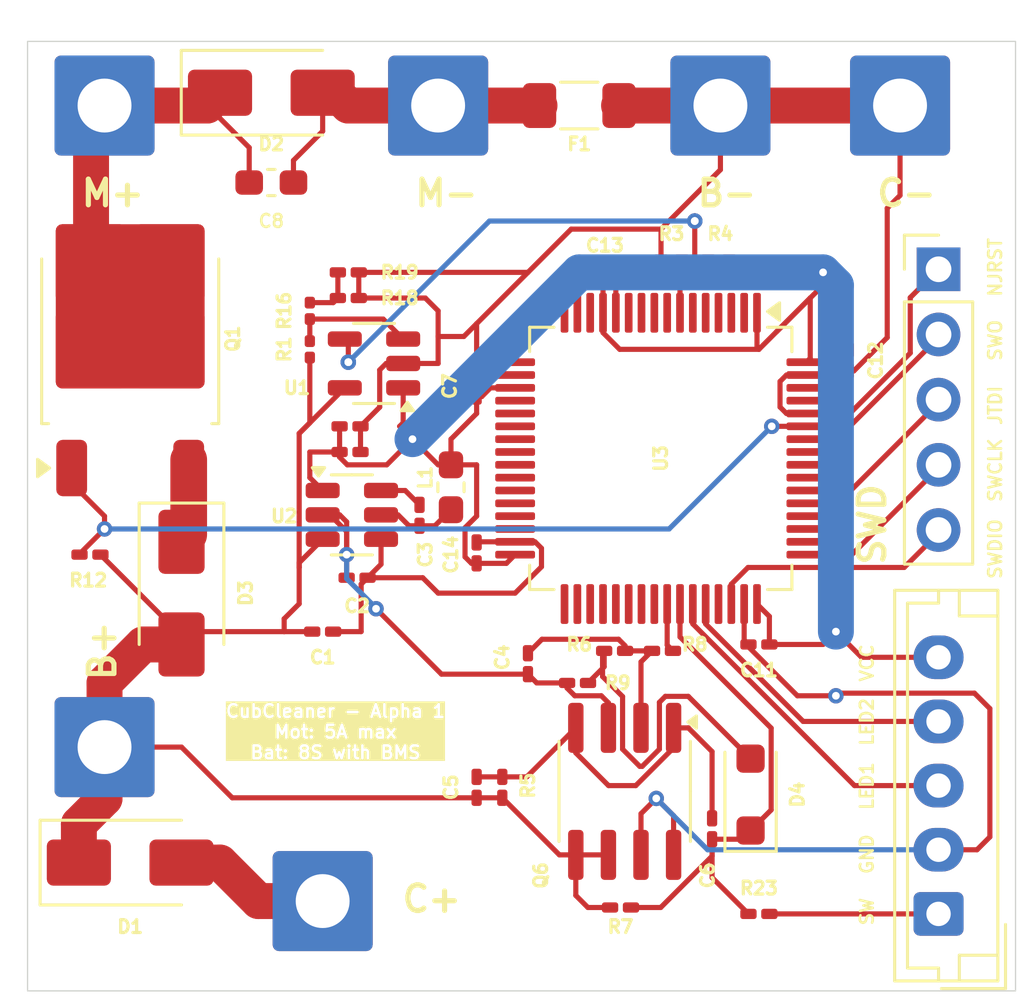
<source format=kicad_pcb>
(kicad_pcb (version 20240108) (generator "pcbnew") (generator_version "8.0")
  (layers (0 "F.Cu" mixed "F.Cu Dessus") (31 "B.Cu" mixed "B.Cu Dessous") (34 "B.Paste" user) (35 "F.Paste" user) (36 "B.SilkS" user "B.Silkscreen") (37 "F.SilkS" user "F.Silkscreen") (38 "B.Mask" user) (39 "F.Mask" user) (44 "Edge.Cuts" user))
  (net 0 "")
  (net 1 "V_bat")
  (net 2 "PSU_En")
  (net 3 "Net-(U2-BST)")
  (net 4 "Net-(U2-SW)")
  (net 5 "Net-(Q6A-G)")
  (net 6 "Net-(Q6A-S)")
  (net 7 "MOT_Main_pos")
  (net 8 "MOT_Main_neg")
  (net 9 "Motor_EN")
  (net 10 "Net-(U1-+)")
  (net 11 "Pwr_ok")
  (net 12 "Soft_Switch_in")
  (net 13 "Net-(R16-Pad2)")
  (net 18 "JTMS_SWDIO")
  (net 23 "NJTRST")
  (net 31 "JTDI")
  (net 48 "JTDO_TRACESWO")
  (net 50 "JTCK_SWCLK")
  (net 56 "Soft_Switch_out")
  (net 57 "GND")
  (net 58 "Net-(D3-K)")
  (net 59 "Charg_Pos")
  (net 60 "Vcc")
  (net 61 "SW")
  (net 62 "LED1_En")
  (net 63 "LED2_En")
  (net 66 "Net-(D4-A)")
  (footprint "Resistor_SMD:R_0201_0603Metric_Pad0.64x0.40mm_HandSolder" (layer "F.Cu") (at 152 98.0675 90)
    (property "Reference" "R5")
    (property "Value" "100 kOhm")
  )
  (footprint "Connector_Wire:SolderWire-1.5sqmm_1x01_D1.7mm_OD3.9mm" (layer "F.Cu") (at 160.5 71.5)
    (property "Reference" "B_neg_1" (hide yes))
    (property "Value" "B-")
  )
  (footprint "Connector_Wire:SolderWire-1.5sqmm_1x01_D1.7mm_OD3.9mm" (layer "F.Cu") (at 145 102.5)
    (property "Reference" "C_pos_1" (hide yes))
    (property "Value" "C+")
  )
  (footprint "Diode_SMD:D_SMA" (layer "F.Cu") (at 143 71)
    (property "Reference" "D2")
    (property "Value" "1N5822")
  )
  (footprint "Connector_JST:JST_EH_B5B-EH-A_1x05_P2.50mm_Vertical" (layer "F.Cu") (at 169 103 90)
    (property "Reference" "Conn_SW_LED_1" (hide yes))
    (property "Value" "Conn_SW_LED")
  )
  (footprint "Inductor_SMD:L_0603_1608Metric_Pad1.05x0.95mm_HandSolder" (layer "F.Cu") (at 150 86.375 90)
    (property "Reference" "L1")
    (property "Value" "4.7 uH")
  )
  (footprint "Resistor_SMD:R_0201_0603Metric_Pad0.64x0.40mm_HandSolder" (layer "F.Cu") (at 156.3775 92.75 180)
    (property "Reference" "R6")
    (property "Value" "100 kOhm")
  )
  (footprint "Connector_Wire:SolderWire-1.5sqmm_1x01_D1.7mm_OD3.9mm" (layer "F.Cu") (at 167.5 71.5)
    (property "Reference" "C_neg_1" (hide yes))
    (property "Value" "C-")
  )
  (footprint "Capacitor_SMD:C_0201_0603Metric_Pad0.64x0.40mm_HandSolder" (layer "F.Cu") (at 151 98.0675 90)
    (property "Reference" "C5")
    (property "Value" "0,1 uF")
  )
  (footprint "Capacitor_SMD:C_0201_0603Metric_Pad0.64x0.40mm_HandSolder" (layer "F.Cu") (at 153 93.25 -90)
    (property "Reference" "C4")
    (property "Value" "10 uF")
  )
  (footprint "Resistor_SMD:R_0201_0603Metric" (layer "F.Cu") (at 144.5 79.5 90)
    (property "Reference" "R16")
    (property "Value" "1620 Ohm")
  )
  (footprint "Resistor_SMD:R_0201_0603Metric_Pad0.64x0.40mm_HandSolder" (layer "F.Cu") (at 146 78)
    (property "Reference" "R19")
    (property "Value" "0 Ohm")
  )
  (footprint "Capacitor_SMD:C_0201_0603Metric_Pad0.64x0.40mm_HandSolder" (layer "F.Cu") (at 160.175 99.6825 90)
    (property "Reference" "C6")
    (property "Value" "1 uF")
  )
  (footprint "Package_TO_SOT_SMD:TSOT-23-6" (layer "F.Cu") (at 146.1375 87.45)
    (property "Reference" "U2")
    (property "Value" "AP63203WU")
  )
  (footprint "Package_TO_SOT_SMD:SOT-23-5" (layer "F.Cu") (at 147 81.55 180)
    (property "Reference" "U1")
    (property "Value" "LM397")
  )
  (footprint "Resistor_SMD:R_0201_0603Metric_Pad0.64x0.40mm_HandSolder" (layer "F.Cu") (at 135.9325 89)
    (property "Reference" "R12")
    (property "Value" "15 kOhm")
  )
  (footprint "Diode_SMD:D_SMA" (layer "F.Cu") (at 139.5 90.5 -90)
    (property "Reference" "D3")
    (property "Value" "1N5822")
  )
  (footprint "Connector_Wire:SolderWire-1.5sqmm_1x01_D1.7mm_OD3.9mm" (layer "F.Cu") (at 136.5 71.5)
    (property "Reference" "M_pos_4" (hide yes))
    (property "Value" "M+")
  )
  (footprint "Capacitor_SMD:C_0201_0603Metric_Pad0.64x0.40mm_HandSolder" (layer "F.Cu") (at 151 82.4325 90)
    (property "Reference" "C7")
    (property "Value" "100 nF")
  )
  (footprint "Capacitor_SMD:C_0201_0603Metric_Pad0.64x0.40mm_HandSolder" (layer "F.Cu") (at 151 88.9325 90)
    (property "Reference" "C14")
    (property "Value" "100 nF")
  )
  (footprint "Package_SO:SOIC-8_3.9x4.9mm_P1.27mm" (layer "F.Cu") (at 156.77 98.225 -90)
    (property "Reference" "Q6")
    (property "Value" "IRF7343PBF")
  )
  (footprint "Capacitor_SMD:C_0201_0603Metric_Pad0.64x0.40mm_HandSolder" (layer "F.Cu") (at 148.775 87.4675 90)
    (property "Reference" "C3")
    (property "Value" "100 nF")
  )
  (footprint "Connector_Wire:SolderWire-1.5sqmm_1x01_D1.7mm_OD3.9mm" (layer "F.Cu") (at 136.5 96.5)
    (property "Reference" "B_pos_1" (hide yes))
    (property "Value" "B+")
  )
  (footprint "Diode_SMD:D_SOD-123F" (layer "F.Cu") (at 161.675 98.35 90)
    (property "Reference" "D4")
    (property "Value" "BZT52Bxx")
  )
  (footprint "Resistor_SMD:R_0201_0603Metric_Pad0.64x0.40mm_HandSolder" (layer "F.Cu") (at 146 79)
    (property "Reference" "R18")
    (property "Value" "0 Ohm")
  )
  (footprint "Connector_PinHeader_2.54mm:PinHeader_1x05_P2.54mm_Vertical" (layer "F.Cu") (at 169 77.88)
    (property "Reference" "SWD1" (hide yes))
    (property "Value" "SWD")
  )
  (footprint "Capacitor_SMD:C_0201_0603Metric_Pad0.64x0.40mm_HandSolder" (layer "F.Cu") (at 146.3425 89.9)
    (property "Reference" "C2")
    (property "Value" "10 uF")
  )
  (footprint "Package_TO_SOT_SMD:TO-252-2" (layer "F.Cu") (at 137.5 80.585 90)
    (property "Reference" "Q1")
    (property "Value" "QM6015D")
  )
  (footprint "Resistor_SMD:R_0201_0603Metric_Pad0.64x0.40mm_HandSolder" (layer "F.Cu") (at 160.4325 77.5 180)
    (property "Reference" "R4")
    (property "Value" "10kOhm")
  )
  (footprint "Capacitor_SMD:C_0201_0603Metric_Pad0.64x0.40mm_HandSolder" (layer "F.Cu") (at 156.0675 78)
    (property "Reference" "C13")
    (property "Value" "100 nF")
  )
  (footprint "Package_QFP:LQFP-64_10x10mm_P0.5mm" (layer "F.Cu") (at 158.175 85.25 -90)
    (property "Reference" "U3")
    (property "Value" "STM32L476RGTx")
  )
  (footprint "Diode_SMD:D_SMA" (layer "F.Cu") (at 137.5 101)
    (property "Reference" "D1")
    (property "Value" "1N5822")
  )
  (footprint "Resistor_SMD:R_0201_0603Metric_Pad0.64x0.40mm_HandSolder" (layer "F.Cu") (at 156.6075 102.75)
    (property "Reference" "R7")
    (property "Value" "10 kOhm")
  )
  (footprint "Resistor_SMD:R_0201_0603Metric_Pad0.64x0.40mm_HandSolder" (layer "F.Cu") (at 158.5925 77.5)
    (property "Reference" "R3")
    (property "Value" "100kOhm")
  )
  (footprint "Resistor_SMD:R_1206_3216Metric_Pad1.30x1.75mm_HandSolder" (layer "F.Cu") (at 155 71.5)
    (property "Reference" "F1")
    (property "Value" "Polyfuse")
  )
  (footprint "Capacitor_SMD:C_0201_0603Metric_Pad0.64x0.40mm_HandSolder" (layer "F.Cu") (at 146.0675 84)
    (property "Reference" "C9" (hide yes))
    (property "Value" "22 uF")
  )
  (footprint "Capacitor_SMD:C_0201_0603Metric_Pad0.64x0.40mm_HandSolder" (layer "F.Cu") (at 165.5 81.4325 -90)
    (property "Reference" "C12")
    (property "Value" "100 nF")
  )
  (footprint "Resistor_SMD:R_0201_0603Metric" (layer "F.Cu") (at 144.5 81 90)
    (property "Reference" "R1")
    (property "Value" "16900 Ohm")
  )
  (footprint "Capacitor_SMD:C_0201_0603Metric_Pad0.64x0.40mm_HandSolder" (layer "F.Cu") (at 145 92)
    (property "Reference" "C1")
    (property "Value" "10 uF")
  )
  (footprint "Capacitor_SMD:C_0201_0603Metric_Pad0.64x0.40mm_HandSolder" (layer "F.Cu") (at 162 92.5 180)
    (property "Reference" "C11")
    (property "Value" "100 nF")
  )
  (footprint "Capacitor_SMD:C_0201_0603Metric_Pad0.64x0.40mm_HandSolder" (layer "F.Cu") (at 146.0675 85)
    (property "Reference" "C10" (hide yes))
    (property "Value" "22 uF")
  )
  (footprint "Resistor_SMD:R_0201_0603Metric_Pad0.64x0.40mm_HandSolder" (layer "F.Cu") (at 154.9325 94 180)
    (property "Reference" "R9")
    (property "Value" "100 kOhm")
  )
  (footprint "Resistor_SMD:R_0201_0603Metric_Pad0.64x0.40mm_HandSolder" (layer "F.Cu") (at 158.2425 92.75 180)
    (property "Reference" "R8")
    (property "Value" "3 kOhm")
  )
  (footprint "Capacitor_SMD:C_0603_1608Metric_Pad1.08x0.95mm_HandSolder" (layer "F.Cu") (at 143 74.5)
    (property "Reference" "C8")
    (property "Value" "470 uF")
  )
  (footprint "Resistor_SMD:R_0201_0603Metric_Pad0.64x0.40mm_HandSolder" (layer "F.Cu") (at 162 103 180)
    (property "Reference" "R23")
    (property "Value" "0 Ohm")
  )
  (footprint "Connector_Wire:SolderWire-1.5sqmm_1x01_D1.7mm_OD3.9mm" (layer "F.Cu") (at 149.5 71.5)
    (property "Reference" "M_neg_1" (hide yes))
    (property "Value" "M-")
  )
  (gr_rect (start 133.5 69) (end 172 106) (stroke (width 0.05)) (fill none) (layer "Edge.Cuts"))
  (gr_text "M-\n" (at 148.5 75.5 0) (layer "F.SilkS") (effects (font (size 1 1) (thickness 0.2) (bold yes)) (justify left bottom)))
  (gr_text "SWDIO" (at 171.5 90 90) (layer "F.SilkS") (effects (font (size 0.5 0.5) (thickness 0.1) (bold yes)) (justify left bottom)))
  (gr_text "LED2" (at 166.5 96.5 90) (layer "F.SilkS") (effects (font (size 0.5 0.5) (thickness 0.1) (bold yes)) (justify left bottom)))
  (gr_text "SW" (at 166.5 103.5 90) (layer "F.SilkS") (effects (font (size 0.5 0.5) (thickness 0.1) (bold yes)) (justify left bottom)))
  (gr_text "B-" (at 159.5 75.5 0) (layer "F.SilkS") (effects (font (size 1 1) (thickness 0.2) (bold yes)) (justify left bottom)))
  (gr_text "M+" (at 135.5 75.5 0) (layer "F.SilkS") (effects (font (size 1 1) (thickness 0.2) (bold yes)) (justify left bottom)))
  (gr_text "SWO" (at 171.5 81.5 90) (layer "F.SilkS") (effects (font (size 0.5 0.5) (thickness 0.1) (bold yes)) (justify left bottom)))
  (gr_text "NJRST" (at 171.5 79 90) (layer "F.SilkS") (effects (font (size 0.5 0.5) (thickness 0.1) (bold yes)) (justify left bottom)))
  (gr_text "C+" (at 148 103 0) (layer "F.SilkS") (effects (font (size 1 1) (thickness 0.2) (bold yes)) (justify left bottom)))
  (gr_text "SWD\n" (at 167 89.5 90) (layer "F.SilkS") (effects (font (size 1 1) (thickness 0.2) (bold yes)) (justify left bottom)))
  (gr_text "C-" (at 166.5 75.5 0) (layer "F.SilkS") (effects (font (size 1 1) (thickness 0.2) (bold yes)) (justify left bottom)))
  (gr_text "B+" (at 137 94 90) (layer "F.SilkS") (effects (font (size 1 1) (thickness 0.2) (bold yes)) (justify left bottom)))
  (gr_text "CubCleaner - Alpha 1\nMot: 5A max\nBat: 8S with BMS" (at 145.5 97 0) (layer "F.SilkS" knockout) (effects (font (size 0.5 0.5) (thickness 0.1) (bold yes)) (justify bottom)))
  (gr_text "GND" (at 166.5 101.5 90) (layer "F.SilkS") (effects (font (size 0.5 0.5) (thickness 0.1) (bold yes)) (justify left bottom)))
  (gr_text "VCC" (at 166.5 94 90) (layer "F.SilkS") (effects (font (size 0.5 0.5) (thickness 0.1) (bold yes)) (justify left bottom)))
  (gr_text "SWCLK" (at 171.5 87 90) (layer "F.SilkS") (effects (font (size 0.5 0.5) (thickness 0.1) (bold yes)) (justify left bottom)))
  (gr_text "JTDI" (at 171.5 84 90) (layer "F.SilkS") (effects (font (size 0.5 0.5) (thickness 0.1) (bold yes)) (justify left bottom)))
  (gr_text "LED1" (at 166.5 99 90) (layer "F.SilkS") (effects (font (size 0.5 0.5) (thickness 0.1) (bold yes)) (justify left bottom)))
  (segment (start 144.0851 89.5) (end 144.0851 84.2774) (width 0.2) (layer "F.Cu") (net 1))
  (segment (start 152 98.475) (end 151 98.475) (width 0.2) (layer "F.Cu") (net 1))
  (segment (start 144.0851 89.5) (end 144.0851 90.9149) (width 0.2) (layer "F.Cu") (net 1))
  (segment (start 143.5 92) (end 140 92) (width 0.2) (layer "F.Cu") (net 1))
  (segment (start 135.5 101) (end 135.5 99.5) (width 1.4) (layer "F.Cu") (net 1))
  (segment (start 152 98.475) (end 154.225 100.7) (width 0.2) (layer "F.Cu") (net 1))
  (segment (start 144.5 81.32) (end 144.5 83.8625) (width 0.2) (layer "F.Cu") (net 1))
  (segment (start 154.865 102.28) (end 154.865 100.7) (width 0.2) (layer "F.Cu") (net 1))
  (segment (start 144.0851 89.5) (end 144.0851 89.3149) (width 0.2) (layer "F.Cu") (net 1))
  (segment (start 154.865 100.7) (end 156.135 100.7) (width 0.2) (layer "F.Cu") (net 1))
  (segment (start 135.5 97.5) (end 136.5 96.5) (width 0.2) (layer "F.Cu") (net 1))
  (segment (start 154.225 100.7) (end 154.865 100.7) (width 0.2) (layer "F.Cu") (net 1))
  (segment (start 136.5 96.5) (end 139.5 96.5) (width 0.2) (layer "F.Cu") (net 1))
  (segment (start 136.34 89) (end 139.5 92.16) (width 0.2) (layer "F.Cu") (net 1))
  (segment (start 151 98.475) (end 141.475 98.475) (width 0.2) (layer "F.Cu") (net 1))
  (segment (start 144.5 83.8625) (end 144.0851 84.2774) (width 0.2) (layer "F.Cu") (net 1))
  (segment (start 144.0851 90.9149) (end 143.5 91.5) (width 0.2) (layer "F.Cu") (net 1))
  (segment (start 139.5 92.16) (end 139.5 92.5) (width 0.2) (layer "F.Cu") (net 1))
  (segment (start 155.335 102.75) (end 156.2 102.75) (width 0.2) (layer "F.Cu") (net 1))
  (segment (start 140 92) (end 139.5 92.5) (width 0.2) (layer "F.Cu") (net 1))
  (segment (start 135.5 99.5) (end 136.5 98.5) (width 1.4) (layer "F.Cu") (net 1))
  (segment (start 136.5 98.5) (end 136.5 96.5) (width 1.4) (layer "F.Cu") (net 1))
  (segment (start 144.0851 89.3149) (end 145 88.4) (width 0.2) (layer "F.Cu") (net 1))
  (segment (start 155.335 102.75) (end 154.865 102.28) (width 0.2) (layer "F.Cu") (net 1))
  (segment (start 143.5 91.5) (end 143.5 92) (width 0.2) (layer "F.Cu") (net 1))
  (segment (start 138 92.5) (end 139.5 92.5) (width 1.4) (layer "F.Cu") (net 1))
  (segment (start 144.5925 92) (end 143.5 92) (width 0.2) (layer "F.Cu") (net 1))
  (segment (start 136.5 96.5) (end 136.5 94) (width 1.4) (layer "F.Cu") (net 1))
  (segment (start 136.5 94) (end 138 92.5) (width 1.4) (layer "F.Cu") (net 1))
  (segment (start 139.5 96.5) (end 141.475 98.475) (width 0.2) (layer "F.Cu") (net 1))
  (segment (start 144.0851 84.2774) (end 145.8625 82.5) (width 0.2) (layer "F.Cu") (net 1))
  (segment (start 154.825001 94.5) (end 155.859999 94.5) (width 0.2) (layer "F.Cu") (net 2))
  (segment (start 155.859999 94.5) (end 156.135 94.775001) (width 0.2) (layer "F.Cu") (net 2))
  (segment (start 145.935 88.099264) (end 145.285736 87.45) (width 0.2) (layer "F.Cu") (net 2))
  (segment (start 154.525 94) (end 153.3425 94) (width 0.2) (layer "F.Cu") (net 2))
  (segment (start 145.935 87.722501) (end 145.662499 87.45) (width 0.2) (layer "F.Cu") (net 2))
  (segment (start 145.662499 87.45) (end 145 87.45) (width 0.2) (layer "F.Cu") (net 2))
  (segment (start 145.935 89.9) (end 145.935 87.722501) (width 0.2) (layer "F.Cu") (net 2))
  (segment (start 149.629499 93.6575) (end 147.080356 91.108357) (width 0.2) (layer "F.Cu") (net 2))
  (segment (start 153 93.6575) (end 149.629499 93.6575) (width 0.2) (layer "F.Cu") (net 2))
  (segment (start 145.285736 87.45) (end 145 87.45) (width 0.2) (layer "F.Cu") (net 2))
  (segment (start 145.935 89) (end 145.935 88.099264) (width 0.2) (layer "F.Cu") (net 2))
  (segment (start 154.525 94) (end 154.525 94.199999) (width 0.2) (layer "F.Cu") (net 2))
  (segment (start 153.3425 94) (end 153 93.6575) (width 0.2) (layer "F.Cu") (net 2))
  (segment (start 156.135 94.775001) (end 156.135 95.75) (width 0.2) (layer "F.Cu") (net 2))
  (segment (start 154.525 94.199999) (end 154.825001 94.5) (width 0.2) (layer "F.Cu") (net 2))
  (via (at 147.080356 91.108357) (size 0.6) (drill 0.3) (layers "F.Cu" "B.Cu") (net 2))
  (via (at 145.935 89) (size 0.6) (drill 0.3) (layers "F.Cu" "B.Cu") (net 2))
  (segment (start 145.935 89.935) (end 145.935 89) (width 0.2) (layer "B.Cu") (net 2))
  (segment (start 147.080356 91.080356) (end 145.935 89.935) (width 0.2) (layer "B.Cu") (net 2))
  (segment (start 147.080356 91.108357) (end 147.080356 91.080356) (width 0.2) (layer "B.Cu") (net 2))
  (segment (start 148.215 86.5) (end 148.775 87.06) (width 0.2) (layer "F.Cu") (net 3))
  (segment (start 147.275 86.5) (end 148.215 86.5) (width 0.2) (layer "F.Cu") (net 3))
  (segment (start 147.937499 87.45) (end 148.362499 87.875) (width 0.2) (layer "F.Cu") (net 4))
  (segment (start 150 87.25) (end 149.375 87.875) (width 0.2) (layer "F.Cu") (net 4))
  (segment (start 147.275 87.45) (end 147.937499 87.45) (width 0.2) (layer "F.Cu") (net 4))
  (segment (start 148.362499 87.875) (end 148.775 87.875) (width 0.2) (layer "F.Cu") (net 4))
  (segment (start 149.375 87.875) (end 148.775 87.875) (width 0.2) (layer "F.Cu") (net 4))
  (segment (start 156.532599 92.2976) (end 156.785 92.550001) (width 0.2) (layer "F.Cu") (net 5))
  (segment (start 157.405 93.18) (end 157.835 92.75) (width 0.2) (layer "F.Cu") (net 5))
  (segment (start 156.785 92.75) (end 157.835 92.75) (width 0.2) (layer "F.Cu") (net 5))
  (segment (start 153 92.8425) (end 153.5449 92.2976) (width 0.2) (layer "F.Cu") (net 5))
  (segment (start 153.5449 92.2976) (end 156.532599 92.2976) (width 0.2) (layer "F.Cu") (net 5))
  (segment (start 156.785 92.550001) (end 156.785 92.75) (width 0.2) (layer "F.Cu") (net 5))
  (segment (start 157.405 95.75) (end 157.405 93.18) (width 0.2) (layer "F.Cu") (net 5))
  (segment (start 156.140001 98) (end 154.865 96.724999) (width 0.2) (layer "F.Cu") (net 6))
  (segment (start 158.675 95.75) (end 158.675 96.526604) (width 0.2) (layer "F.Cu") (net 6))
  (segment (start 160.175 99.275) (end 160.175 96.675) (width 0.2) (layer "F.Cu") (net 6))
  (segment (start 158.675 96.526604) (end 157.201604 98) (width 0.2) (layer "F.Cu") (net 6))
  (segment (start 157.201604 98) (end 156.140001 98) (width 0.2) (layer "F.Cu") (net 6))
  (segment (start 159.25 95.75) (end 158.675 95.75) (width 0.2) (layer "F.Cu") (net 6))
  (segment (start 154.865 95.75) (end 152.955 97.66) (width 0.2) (layer "F.Cu") (net 6))
  (segment (start 160.175 96.675) (end 159.25 95.75) (width 0.2) (layer "F.Cu") (net 6))
  (segment (start 152.955 97.66) (end 152 97.66) (width 0.2) (layer "F.Cu") (net 6))
  (segment (start 152 97.66) (end 151 97.66) (width 0.2) (layer "F.Cu") (net 6))
  (segment (start 154.865 96.724999) (end 154.865 95.75) (width 0.2) (layer "F.Cu") (net 6))
  (segment (start 140.5 71.5) (end 141 71) (width 1.4) (layer "F.Cu") (net 7))
  (segment (start 142.1375 73.1375) (end 140.5 71.5) (width 0.2) (layer "F.Cu") (net 7))
  (segment (start 135.975 77.65) (end 135.975 72.025) (width 1.4) (layer "F.Cu") (net 7))
  (segment (start 142.1375 74.5) (end 142.1375 73.1375) (width 0.2) (layer "F.Cu") (net 7))
  (segment (start 136.5 71.5) (end 140.5 71.5) (width 1.4) (layer "F.Cu") (net 7))
  (segment (start 135.975 72.025) (end 136.5 71.5) (width 1.4) (layer "F.Cu") (net 7))
  (segment (start 145 71) (end 145.5 71) (width 1.4) (layer "F.Cu") (net 8))
  (segment (start 145 72.5) (end 145 71) (width 0.2) (layer "F.Cu") (net 8))
  (segment (start 143.8625 74.5) (end 143.8625 73.6375) (width 0.2) (layer "F.Cu") (net 8))
  (segment (start 146 71.5) (end 149.5 71.5) (width 1.4) (layer "F.Cu") (net 8))
  (segment (start 149.5 71.5) (end 153.45 71.5) (width 1.4) (layer "F.Cu") (net 8))
  (segment (start 145.5 71) (end 146 71.5) (width 1.4) (layer "F.Cu") (net 8))
  (segment (start 143.8625 73.6375) (end 145 72.5) (width 0.2) (layer "F.Cu") (net 8))
  (segment (start 135.22 86.22) (end 136.5 87.5) (width 0.2) (layer "F.Cu") (net 9))
  (segment (start 136.5 88) (end 135.525 88.975) (width 0.2) (layer "F.Cu") (net 9))
  (segment (start 135.525 88.975) (end 135.525 89) (width 0.2) (layer "F.Cu") (net 9))
  (segment (start 135.22 85.625) (end 135.22 86.22) (width 0.2) (layer "F.Cu") (net 9))
  (segment (start 136.5 87.5) (end 136.5 88) (width 0.2) (layer "F.Cu") (net 9))
  (segment (start 162.5 84) (end 163.85 84) (width 0.2) (layer "F.Cu") (net 9))
  (via (at 162.5 84) (size 0.6) (drill 0.3) (layers "F.Cu" "B.Cu") (remove_unused_layers yes) (net 9))
  (via (at 136.5 88) (size 0.6) (drill 0.3) (layers "F.Cu" "B.Cu") (remove_unused_layers yes) (net 9))
  (segment (start 158.5 88) (end 136.5 88) (width 0.2) (layer "B.Cu") (net 9))
  (segment (start 162.5 84) (end 158.5 88) (width 0.2) (layer "B.Cu") (net 9))
  (segment (start 144.5 80.68) (end 144.5 79.82) (width 0.2) (layer "F.Cu") (net 10))
  (segment (start 144.5 79.82) (end 147.3575 79.82) (width 0.2) (layer "F.Cu") (net 10))
  (segment (start 147.3575 79.82) (end 148.1375 80.6) (width 0.2) (layer "F.Cu") (net 10))
  (segment (start 158.925 79.575) (end 158.925 77.575) (width 0.2) (layer "F.Cu") (net 11))
  (segment (start 146 80.7375) (end 145.8625 80.6) (width 0.2) (layer "F.Cu") (net 11))
  (segment (start 158.925 77.575) (end 159 77.5) (width 0.2) (layer "F.Cu") (net 11))
  (segment (start 146 81.5) (end 146 80.7375) (width 0.2) (layer "F.Cu") (net 11))
  (segment (start 159.5 77.5) (end 160.025 77.5) (width 0.2) (layer "F.Cu") (net 11))
  (segment (start 159.5 76) (end 159.5 77.5) (width 0.2) (layer "F.Cu") (net 11))
  (segment (start 159 77.5) (end 159.5 77.5) (width 0.2) (layer "F.Cu") (net 11))
  (via (at 159.5 76) (size 0.6) (drill 0.3) (layers "F.Cu" "B.Cu") (net 11))
  (via (at 146 81.5) (size 0.6) (drill 0.3) (layers "F.Cu" "B.Cu") (net 11))
  (via (at 159.5 76) (size 0.6) (drill 0.3) (layers "F.Cu" "B.Cu") (net 11))
  (via (at 146 81.5) (size 0.6) (drill 0.3) (layers "F.Cu" "B.Cu") (net 11))
  (via (at 159.5 76) (size 0.6) (drill 0.3) (layers "F.Cu" "B.Cu") (net 11))
  (via (at 146 81.5) (size 0.6) (drill 0.3) (layers "F.Cu" "B.Cu") (net 11))
  (segment (start 151.5 76) (end 146 81.5) (width 0.2) (layer "B.Cu") (net 11))
  (segment (start 159.5 76) (end 151.5 76) (width 0.2) (layer "B.Cu") (net 11))
  (segment (start 158.65 92.75) (end 158.425 92.525) (width 0.2) (layer "F.Cu") (net 12))
  (segment (start 158.425 92.525) (end 158.425 90.925) (width 0.2) (layer "F.Cu") (net 12))
  (segment (start 145.5925 78) (end 145.5925 79) (width 0.2) (layer "F.Cu") (net 13))
  (segment (start 144.5 79.18) (end 145.4125 79.18) (width 0.2) (layer "F.Cu") (net 13))
  (segment (start 145.4125 79.18) (end 145.5925 79) (width 0.2) (layer "F.Cu") (net 13))
  (segment (start 167.66 89.5) (end 161.575001 89.5) (width 0.2) (layer "F.Cu") (net 18))
  (segment (start 160.925 90.150001) (end 160.925 90.925) (width 0.2) (layer "F.Cu") (net 18))
  (segment (start 161.575001 89.5) (end 160.925 90.150001) (width 0.2) (layer "F.Cu") (net 18))
  (segment (start 169 88.16) (end 167.66 89.5) (width 0.2) (layer "F.Cu") (net 18))
  (segment (start 164.8774 85.247599) (end 164.624999 85.5) (width 0.2) (layer "F.Cu") (net 23))
  (segment (start 164.8774 84.164231) (end 164.8774 85.247599) (width 0.2) (layer "F.Cu") (net 23))
  (segment (start 167.8976 81.144031) (end 164.8774 84.164231) (width 0.2) (layer "F.Cu") (net 23))
  (segment (start 167.8976 78.9824) (end 167.8976 81.144031) (width 0.2) (layer "F.Cu") (net 23))
  (segment (start 164.624999 85.5) (end 163.85 85.5) (width 0.2) (layer "F.Cu") (net 23))
  (segment (start 169 77.88) (end 167.8976 78.9824) (width 0.2) (layer "F.Cu") (net 23))
  (segment (start 164.8774 88.247599) (end 164.624999 88.5) (width 0.2) (layer "F.Cu") (net 31))
  (segment (start 164.8774 87.2026) (end 164.8774 88.247599) (width 0.2) (layer "F.Cu") (net 31))
  (segment (start 169 83.08) (end 164.8774 87.2026) (width 0.2) (layer "F.Cu") (net 31))
  (segment (start 164.624999 88.5) (end 163.85 88.5) (width 0.2) (layer "F.Cu") (net 31))
  (segment (start 164.623368 86) (end 163.85 86) (width 0.2) (layer "F.Cu") (net 48))
  (segment (start 165.2298 84.3102) (end 165.2298 85.393568) (width 0.2) (layer "F.Cu") (net 48))
  (segment (start 169 80.54) (end 165.2298 84.3102) (width 0.2) (layer "F.Cu") (net 48))
  (segment (start 165.2298 85.393568) (end 164.623368 86) (width 0.2) (layer "F.Cu") (net 48))
  (segment (start 169 85.62) (end 165.62 89) (width 0.2) (layer "F.Cu") (net 50))
  (segment (start 165.62 89) (end 163.85 89) (width 0.2) (layer "F.Cu") (net 50))
  (segment (start 162.4774 98.9476) (end 161.675 99.75) (width 0.2) (layer "F.Cu") (net 56))
  (segment (start 160.175 100.748236) (end 158.173236 102.75) (width 0.2) (layer "F.Cu") (net 56))
  (segment (start 160.175 100.09) (end 160.175 100.748236) (width 0.2) (layer "F.Cu") (net 56))
  (segment (start 162.4774 95.75876) (end 162.4774 98.9476) (width 0.2) (layer "F.Cu") (net 56))
  (segment (start 158.925 92.20636) (end 162.4774 95.75876) (width 0.2) (layer "F.Cu") (net 56))
  (segment (start 161.335 100.09) (end 161.675 99.75) (width 0.2) (layer "F.Cu") (net 56))
  (segment (start 160.175 100.09) (end 161.335 100.09) (width 0.2) (layer "F.Cu") (net 56))
  (segment (start 161.5925 103) (end 160.175 101.5825) (width 0.2) (layer "F.Cu") (net 56))
  (segment (start 158.925 90.925) (end 158.925 92.20636) (width 0.2) (layer "F.Cu") (net 56))
  (segment (start 158.173236 102.75) (end 157.015 102.75) (width 0.2) (layer "F.Cu") (net 56))
  (segment (start 160.175 101.5825) (end 160.175 100.09) (width 0.2) (layer "F.Cu") (net 56))
  (segment (start 146.5 92) (end 146.5 90.15) (width 0.2) (layer "F.Cu") (net 57))
  (segment (start 162.8226 83.247599) (end 163.075001 83.5) (width 0.2) (layer "F.Cu") (net 57))
  (segment (start 156.425 78.05) (end 156.475 78) (width 0.2) (layer "F.Cu") (net 57))
  (segment (start 167 75.5) (end 167 80.539999) (width 0.2) (layer "F.Cu") (net 57))
  (segment (start 149.5 80.5) (end 150.5 80.5) (width 0.2) (layer "F.Cu") (net 57))
  (segment (start 146.4075 79) (end 146.4075 78) (width 0.2) (layer "F.Cu") (net 57))
  (segment (start 149.5 90.5) (end 148.9 89.9) (width 0.2) (layer "F.Cu") (net 57))
  (segment (start 150.5 80.5) (end 151 80) (width 0.2) (layer "F.Cu") (net 57))
  (segment (start 163.5 94.5) (end 161.5925 92.5925) (width 0.2) (layer "F.Cu") (net 57))
  (segment (start 146.4075 79) (end 149 79) (width 0.2) (layer "F.Cu") (net 57))
  (segment (start 162.8226 82.252401) (end 162.8226 83.247599) (width 0.2) (layer "F.Cu") (net 57))
  (segment (start 158.185 76.315) (end 158.185 77.5) (width 0.2) (layer "F.Cu") (net 57))
  (segment (start 160.5 71.5) (end 160.5 74) (width 0.2) (layer "F.Cu") (net 57))
  (segment (start 161.425 92.3325) (end 161.425 90.925) (width 0.2) (layer "F.Cu") (net 57))
  (segment (start 156.975 77.5) (end 156.475 78) (width 0.2) (layer "F.Cu") (net 57))
  (segment (start 160.5 71.5) (end 167.5 71.5) (width 1.4) (layer "F.Cu") (net 57))
  (segment (start 147.275 89.375) (end 146.75 89.9) (width 0.2) (layer "F.Cu") (net 57))
  (segment (start 147.475001 81.55) (end 148.1375 81.55) (width 0.2) (layer "F.Cu") (net 57))
  (segment (start 161.5925 92.5925) (end 161.5925 92.5) (width 0.2) (layer "F.Cu") (net 57))
  (segment (start 146.475 85) (end 146.475 84) (width 0.2) (layer "F.Cu") (net 57))
  (segment (start 170.3976 94.3976) (end 165.1024 94.3976) (width 0.2) (layer "F.Cu") (net 57))
  (segment (start 167.5 71.5) (end 167.5 75) (width 0.2) (layer "F.Cu") (net 57))
  (segment (start 158 98.5) (end 157.405 99.095) (width 0.2) (layer "F.Cu") (net 57))
  (segment (start 165 94.5) (end 163.5 94.5) (width 0.2) (layer "F.Cu") (net 57))
  (segment (start 163.85 82) (end 163.075001 82) (width 0.2) (layer "F.Cu") (net 57))
  (segment (start 154.685 76.315) (end 153 78) (width 0.2) (layer "F.Cu") (net 57))
  (segment (start 156.425 79.575) (end 156.425 78.05) (width 0.2) (layer "F.Cu") (net 57))
  (segment (start 171 95) (end 170.3976 94.3976) (width 0.2) (layer "F.Cu") (net 57))
  (segment (start 147.2226 81.802401) (end 147.475001 81.55) (width 0.2) (layer "F.Cu") (net 57))
  (segment (start 146.4075 78) (end 153 78) (width 0.2) (layer "F.Cu") (net 57))
  (segment (start 169 100.5) (end 170.5 100.5) (width 0.2) (layer "F.Cu") (net 57))
  (segment (start 165.1024 94.3976) (end 165 94.5) (width 0.2) (layer "F.Cu") (net 57))
  (segment (start 157.405 99.095) (end 157.405 100.7) (width 0.2) (layer "F.Cu") (net 57))
  (segment (start 158 98.5) (end 158.675 99.175) (width 0.2) (layer "F.Cu") (net 57))
  (segment (start 151 82.025) (end 151 80) (width 0.2) (layer "F.Cu") (net 57))
  (segment (start 158.675 99.175) (end 158.675 100.7) (width 0.2) (layer "F.Cu") (net 57))
  (segment (start 148.9 89.9) (end 146.75 89.9) (width 0.2) (layer "F.Cu") (net 57))
  (segment (start 156.55 71.5) (end 160.5 71.5) (width 1.4) (layer "F.Cu") (net 57))
  (segment (start 152.475 82.025) (end 152.5 82) (width 0.2) (layer "F.Cu") (net 57))
  (segment (start 161.5925 92.5) (end 161.425 92.3325) (width 0.2) (layer "F.Cu") (net 57))
  (segment (start 163.075001 83.5) (end 163.85 83.5) (width 0.2) (layer "F.Cu") (net 57))
  (segment (start 153.5274 88.752401) (end 153.5274 89.4726) (width 0.2) (layer "F.Cu") (net 57))
  (segment (start 158.1024 98.3976) (end 158 98.5) (width 0.2) (layer "F.Cu") (net 57))
  (segment (start 171 100) (end 171 95) (width 0.2) (layer "F.Cu") (net 57))
  (segment (start 151 80) (end 153 78) (width 0.2) (layer "F.Cu") (net 57))
  (segment (start 149.5 79.5) (end 149.5 80.5) (width 0.2) (layer "F.Cu") (net 57))
  (segment (start 170.5 100.5) (end 171 100) (width 0.2) (layer "F.Cu") (net 57))
  (segment (start 153.274999 88.5) (end 153.5274 88.752401) (width 0.2) (layer "F.Cu") (net 57))
  (segment (start 152.5 88.5) (end 153.274999 88.5) (width 0.2) (layer "F.Cu") (net 57))
  (segment (start 165.34 82) (end 165.5 81.84) (width 0.2) (layer "F.Cu") (net 57))
  (segment (start 145.4075 92) (end 146.5 92) (width 0.2) (layer "F.Cu") (net 57))
  (segment (start 147.275 88.4) (end 147.275 89.375) (width 0.2) (layer "F.Cu") (net 57))
  (segment (start 167.5 75) (end 167 75.5) (width 0.2) (layer "F.Cu") (net 57))
  (segment (start 151.025 88.5) (end 151 88.525) (width 0.2) (layer "F.Cu") (net 57))
  (segment (start 149 79) (end 149.5 79.5) (width 0.2) (layer "F.Cu") (net 57))
  (segment (start 151 82.025) (end 152.475 82.025) (width 0.2) (layer "F.Cu") (net 57))
  (segment (start 158.185 77.5) (end 156.975 77.5) (width 0.2) (layer "F.Cu") (net 57))
  (segment (start 163.075001 82) (end 162.8226 82.252401) (width 0.2) (layer "F.Cu") (net 57))
  (segment (start 153.5274 89.4726) (end 152.5 90.5) (width 0.2) (layer "F.Cu") (net 57))
  (segment (start 160.5 74) (end 158.185 76.315) (width 0.2) (layer "F.Cu") (net 57))
  (segment (start 146.5 90.15) (end 146.75 89.9) (width 0.2) (layer "F.Cu") (net 57))
  (segment (start 163.85 82) (end 165.34 82) (width 0.2) (layer "F.Cu") (net 57))
  (segment (start 146.475 84) (end 147.2226 83.2524) (width 0.2) (layer "F.Cu") (net 57))
  (segment (start 165.699999 81.84) (end 165.5 81.84) (width 0.2) (layer "F.Cu") (net 57))
  (segment (start 149.5 81.55) (end 148.1375 81.55) (width 0.2) (layer "F.Cu") (net 57))
  (segment (start 167 80.539999) (end 165.699999 81.84) (width 0.2) (layer "F.Cu") (net 57))
  (segment (start 152.5 88.5) (end 151.025 88.5) (width 0.2) (layer "F.Cu") (net 57))
  (segment (start 147.2226 83.2524) (end 147.2226 81.802401) (width 0.2) (layer "F.Cu") (net 57))
  (segment (start 149.5 80.5) (end 149.5 81.55) (width 0.2) (layer "F.Cu") (net 57))
  (segment (start 158.185 76.315) (end 154.685 76.315) (width 0.2) (layer "F.Cu") (net 57))
  (segment (start 152.5 90.5) (end 149.5 90.5) (width 0.2) (layer "F.Cu") (net 57))
  (via (at 158 98.5) (size 0.6) (drill 0.3) (layers "F.Cu" "B.Cu") (net 57))
  (via (at 165 94.5) (size 0.6) (drill 0.3) (layers "F.Cu" "B.Cu") (net 57))
  (segment (start 160 100.5) (end 169 100.5) (width 0.2) (layer "B.Cu") (net 57))
  (segment (start 158 98.5) (end 160 100.5) (width 0.2) (layer "B.Cu") (net 57))
  (segment (start 139.78 85.3) (end 139.78 88.22) (width 1.43) (layer "F.Cu") (net 58))
  (segment (start 139.78 88.22) (end 139.5 88.5) (width 0.2) (layer "F.Cu") (net 58))
  (segment (start 141 101) (end 142.5 102.5) (width 1.4) (layer "F.Cu") (net 59))
  (segment (start 139.5 101) (end 141 101) (width 1.4) (layer "F.Cu") (net 59))
  (segment (start 142.5 102.5) (end 145 102.5) (width 1.4) (layer "F.Cu") (net 59))
  (segment (start 165 81.5) (end 163.85 81.5) (width 0.2) (layer "F.Cu") (net 60))
  (segment (start 145.66 85) (end 144.5 85) (width 0.2) (layer "F.Cu") (net 60))
  (segment (start 150 85.5) (end 150 84.5) (width 0.2) (layer "F.Cu") (net 60))
  (segment (start 145.66 84) (end 145.66 85) (width 0.2) (layer "F.Cu") (net 60))
  (segment (start 148.5 84.5) (end 148 84) (width 0.2) (layer "F.Cu") (net 60))
  (segment (start 164.5 92.5) (end 165 92) (width 0.2) (layer "F.Cu") (net 60))
  (segment (start 145.66 85.199999) (end 145.960001 85.5) (width 0.2) (layer "F.Cu") (net 60))
  (segment (start 155.925 80.349999) (end 156.575001 81) (width 0.2) (layer "F.Cu") (net 60))
  (segment (start 151.539999 82.5) (end 152.5 82.5) (width 0.2) (layer "F.Cu") (net 60))
  (segment (start 150.5476 87.9524) (end 151 87.5) (width 0.2) (layer "F.Cu") (net 60))
  (segment (start 164.5 78.5) (end 164.5 78) (width 0.2) (layer "F.Cu") (net 60))
  (segment (start 150.800001 89.34) (end 150.5476 89.087599) (width 0.2) (layer "F.Cu") (net 60))
  (segment (start 151 85.5) (end 150 85.5) (width 0.2) (layer "F.Cu") (net 60))
  (segment (start 148 84) (end 148.1375 83.8625) (width 0.2) (layer "F.Cu") (net 60))
  (segment (start 165 92) (end 166 93) (width 0.2) (layer "F.Cu") (net 60))
  (segment (start 165.5 79) (end 164.5 78) (width 0.2) (layer "F.Cu") (net 60))
  (segment (start 162.4075 91.4075) (end 161.925 90.925) (width 0.2) (layer "F.Cu") (net 60))
  (segment (start 155.66 78) (end 155.925 78.265) (width 0.2) (layer "F.Cu") (net 60))
  (segment (start 148.1375 83.8625) (end 148.1375 82.5) (width 0.2) (layer "F.Cu") (net 60))
  (segment (start 144.5 86) (end 145 86.5) (width 0.2) (layer "F.Cu") (net 60))
  (segment (start 161.925 79.575) (end 161.925 80.925) (width 0.2) (layer "F.Cu") (net 60))
  (segment (start 149.5 85.5) (end 148.5 84.5) (width 0.2) (layer "F.Cu") (net 60))
  (segment (start 162 81) (end 164 79) (width 0.2) (layer "F.Cu") (net 60))
  (segment (start 162.4075 92.5) (end 164.5 92.5) (width 0.2) (layer "F.Cu") (net 60))
  (segment (start 165.475 81.025) (end 165 81.5) (width 0.2) (layer "F.Cu") (net 60))
  (segment (start 151 87.5) (end 151 85.5) (width 0.2) (layer "F.Cu") (net 60))
  (segment (start 152.16 89.34) (end 152.5 89) (width 0.2) (layer "F.Cu") (net 60))
  (segment (start 150 85.5) (end 149.5 85.5) (width 0.2) (layer "F.Cu") (net 60))
  (segment (start 151 89.34) (end 152.16 89.34) (width 0.2) (layer "F.Cu") (net 60))
  (segment (start 162 78) (end 164.5 78) (width 0.2) (layer "F.Cu") (net 60))
  (segment (start 160.84 77.5) (end 161.5 77.5) (width 0.2) (layer "F.Cu") (net 60))
  (segment (start 165.5 81.025) (end 165.475 81.025) (width 0.2) (layer "F.Cu") (net 60))
  (segment (start 163.85 81.5) (end 164 81.35) (width 0.2) (layer "F.Cu") (net 60))
  (segment (start 151.199999 82.84) (end 151.539999 82.5) (width 0.2) (layer "F.Cu") (net 60))
  (segment (start 165.5 81.025) (end 165.5 79) (width 0.2) (layer "F.Cu") (net 60))
  (segment (start 144.5 85) (end 144.5 86) (width 0.2) (layer "F.Cu") (net 60))
  (segment (start 155.925 78.265) (end 155.925 79.575) (width 0.2) (layer "F.Cu") (net 60))
  (segment (start 161.5 77.5) (end 162 78) (width 0.2) (layer "F.Cu") (net 60))
  (segment (start 164 79) (end 162.675 80.325) (width 0.2) (layer "F.Cu") (net 60))
  (segment (start 150 84.5) (end 151 83.5) (width 0.2) (layer "F.Cu") (net 60))
  (segment (start 162.4075 92.5) (end 162.4075 91.4075) (width 0.2) (layer "F.Cu") (net 60))
  (segment (start 147.5 85.5) (end 148.5 84.5) (width 0.2) (layer "F.Cu") (net 60))
  (segment (start 161.925 80.925) (end 162 81) (width 0.2) (layer "F.Cu") (net 60))
  (segment (start 145.960001 85.5) (end 147.5 85.5) (width 0.2) (layer "F.Cu") (net 60))
  (segment (start 151 82.84) (end 151.199999 82.84) (width 0.2) (layer "F.Cu") (net 60))
  (segment (start 164 81.35) (end 164 79) (width 0.2) (layer "F.Cu") (net 60))
  (segment (start 164 79) (end 164.5 78.5) (width 0.2) (layer "F.Cu") (net 60))
  (segment (start 145.66 85) (end 145.66 85.199999) (width 0.2) (layer "F.Cu") (net 60))
  (segment (start 151 83.5) (end 151 82.84) (width 0.2) (layer "F.Cu") (net 60))
  (segment (start 155.925 79.575) (end 155.925 80.349999) (width 0.2) (layer "F.Cu") (net 60))
  (segment (start 166 93) (end 169 93) (width 0.2) (layer "F.Cu") (net 60))
  (segment (start 151 89.34) (end 150.800001 89.34) (width 0.2) (layer "F.Cu") (net 60))
  (segment (start 156.575001 81) (end 162 81) (width 0.2) (layer "F.Cu") (net 60))
  (segment (start 150.5476 89.087599) (end 150.5476 87.9524) (width 0.2) (layer "F.Cu") (net 60))
  (via (at 148.5 84.5) (size 0.6) (drill 0.3) (layers "F.Cu" "B.Cu") (remove_unused_layers yes) (zone_layer_connections "F.Cu") (net 60))
  (via (at 164.5 78) (size 0.6) (drill 0.3) (layers "F.Cu" "B.Cu") (net 60))
  (via (at 165 92) (size 0.6) (drill 0.3) (layers "F.Cu" "B.Cu") (net 60))
  (segment (start 155 78) (end 148.5 84.5) (width 1.4) (layer "B.Cu") (net 60))
  (segment (start 164.5 78) (end 155 78) (width 1.4) (layer "B.Cu") (net 60))
  (segment (start 165 78.5) (end 164.5 78) (width 1.4) (layer "B.Cu") (net 60))
  (segment (start 165 92) (end 165 78.5) (width 1.4) (layer "B.Cu") (net 60))
  (segment (start 162.4075 103) (end 169 103) (width 0.2) (layer "F.Cu") (net 61))
  (segment (start 165.725001 98) (end 159.425 91.699999) (width 0.2) (layer "F.Cu") (net 62))
  (segment (start 169 98) (end 165.725001 98) (width 0.2) (layer "F.Cu") (net 62))
  (segment (start 159.425 91.699999) (end 159.425 90.925) (width 0.2) (layer "F.Cu") (net 62))
  (segment (start 169 95.5) (end 163.725001 95.5) (width 0.2) (layer "F.Cu") (net 63))
  (segment (start 159.925 91.699999) (end 159.925 90.925) (width 0.2) (layer "F.Cu") (net 63))
  (segment (start 163.725001 95.5) (end 159.925 91.699999) (width 0.2) (layer "F.Cu") (net 63))
  (segment (start 157.356764 97.25) (end 157.453236 97.25) (width 0.2) (layer "F.Cu") (net 66))
  (segment (start 155.9075 92.8125) (end 155.97 92.75) (width 0.2) (layer "F.Cu") (net 66))
  (segment (start 158.1226 96.580636) (end 158.1226 94.754164) (width 0.2) (layer "F.Cu") (net 66))
  (segment (start 159.2476 94.5226) (end 161.675 96.95) (width 0.2) (layer "F.Cu") (net 66))
  (segment (start 155.97 92.75) (end 155.97 93.37) (width 0.2) (layer "F.Cu") (net 66))
  (segment (start 156.6874 96.580636) (end 156.6874 94.5299) (width 0.2) (layer "F.Cu") (net 66))
  (segment (start 158.354164 94.5226) (end 159.2476 94.5226) (width 0.2) (layer "F.Cu") (net 66))
  (segment (start 156.6874 96.580636) (end 157.356764 97.25) (width 0.2) (layer "F.Cu") (net 66))
  (segment (start 158.1226 94.754164) (end 158.354164 94.5226) (width 0.2) (layer "F.Cu") (net 66))
  (segment (start 155.9075 93.75) (end 155.9075 92.8125) (width 0.2) (layer "F.Cu") (net 66))
  (segment (start 156.6874 94.5299) (end 155.9075 93.75) (width 0.2) (layer "F.Cu") (net 66))
  (segment (start 157.453236 97.25) (end 158.1226 96.580636) (width 0.2) (layer "F.Cu") (net 66))
  (segment (start 155.97 93.37) (end 155.34 94) (width 0.2) (layer "F.Cu") (net 66))
)
</source>
